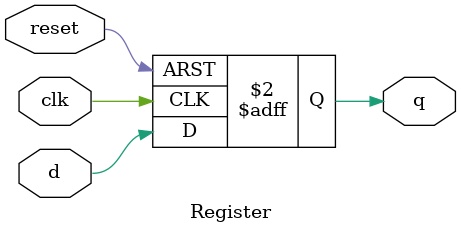
<source format=v>
module Register(input clk, reset, d, output reg q);
  always @(posedge clk or posedge reset) begin
    if (reset)
      q <= 1'b0;
    else
      q <= d;
  end
endmodule
//This Verilog code models a simple register with synchronous reset.
//The register stores the value of d on the rising edge of the clk signal and resets to 1'b0 when the reset signal is asserted.

</source>
